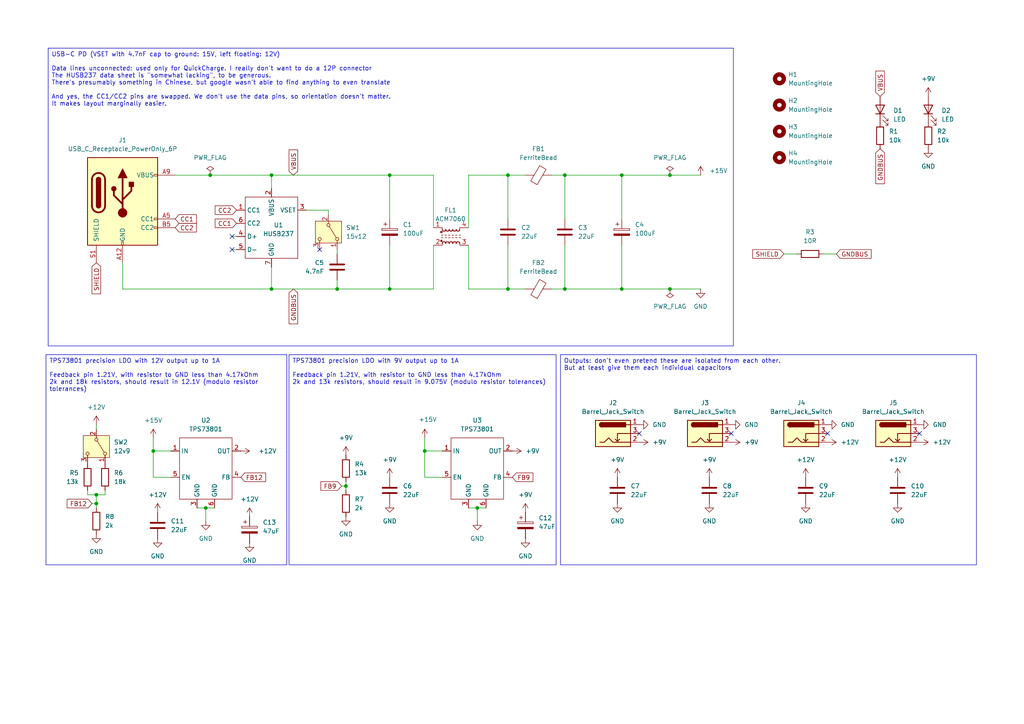
<source format=kicad_sch>
(kicad_sch (version 20250114) (generator "eeschema") (generator_version "9.0")
  (paper "A4")
  (title_block (title "USB-C power delivery to 9V power") (date "2025-04-24") (rev "v1.0"))
  (lib_symbols
    (symbol "Connector:Barrel_Jack_Switch" (pin_names (hide yes))
      (property "Reference" "J" (at 0 5.334 0))
      (property "Value" "Barrel_Jack_Switch" (at 0 -5.08 0))
      (symbol "Barrel_Jack_Switch_0_1"
        (rectangle (start -5.08 3.81) (end 5.08 -3.81) (stroke (width 0.254)) (fill (type background)))
        (polyline (pts (xy -3.81 -2.54) (xy -2.54 -2.54) (xy -1.27 -1.27) (xy 0 -2.54) (xy 2.54 -2.54) (xy 5.08 -2.54)) (stroke (width 0.254)))
        (arc (start -3.302 1.905) (mid -3.9343 2.54) (end -3.302 3.175) (stroke (width 0.254)))
        (arc (start -3.302 1.905) (mid -3.9343 2.54) (end -3.302 3.175) (stroke (width 0.254)) (fill (type outline)))
        (polyline (pts (xy 1.27 -2.286) (xy 1.905 -1.651)) (stroke (width 0.254)))
        (rectangle (start 3.683 3.175) (end -3.302 1.905) (stroke (width 0.254)) (fill (type outline)))
        (polyline (pts (xy 5.08 2.54) (xy 3.81 2.54)) (stroke (width 0.254)))
        (polyline (pts (xy 5.08 0) (xy 1.27 0) (xy 1.27 -2.286) (xy 0.635 -1.651)) (stroke (width 0.254)))
      )
      (symbol "Barrel_Jack_Switch_1_1"
        (pin passive line (at 7.62 2.54 180) (length 2.54) (name "~") (number "1"))
        (pin passive line (at 7.62 0 180) (length 2.54) (name "~") (number "3"))
        (pin passive line (at 7.62 -2.54 180) (length 2.54) (name "~") (number "2"))
      )
    )
    (symbol "Connector:USB_C_Receptacle_PowerOnly_6P" (pin_names (offset 1.016))
      (property "Reference" "J" (at 0 16.51 0))
      (property "Value" "USB_C_Receptacle_PowerOnly_6P" (at 0 13.97 0))
      (symbol "USB_C_Receptacle_PowerOnly_6P_0_0"
        (rectangle (start -0.254 -12.7) (end 0.254 -11.684))
        (rectangle (start 10.16 7.874) (end 9.144 7.366))
        (rectangle (start 10.16 -4.826) (end 9.144 -5.334))
        (rectangle (start 10.16 -7.366) (end 9.144 -7.874))
      )
      (symbol "USB_C_Receptacle_PowerOnly_6P_0_1"
        (rectangle (start -10.16 12.7) (end 10.16 -12.7) (stroke (width 0.254)) (fill (type background)))
        (polyline (pts (xy -8.89 -1.27) (xy -8.89 6.35)) (stroke (width 0.508)))
        (rectangle (start -7.62 -1.27) (end -6.35 6.35) (stroke (width 0.254)) (fill (type outline)))
        (arc (start -7.62 6.35) (mid -6.985 6.9823) (end -6.35 6.35) (stroke (width 0.254)))
        (arc (start -7.62 6.35) (mid -6.985 6.9823) (end -6.35 6.35) (stroke (width 0.254)) (fill (type outline)))
        (arc (start -8.89 6.35) (mid -6.985 8.2467) (end -5.08 6.35) (stroke (width 0.508)))
        (arc (start -5.08 -1.27) (mid -6.985 -3.1667) (end -8.89 -1.27) (stroke (width 0.508)))
        (arc (start -6.35 -1.27) (mid -6.985 -1.9023) (end -7.62 -1.27) (stroke (width 0.254)))
        (arc (start -6.35 -1.27) (mid -6.985 -1.9023) (end -7.62 -1.27) (stroke (width 0.254)) (fill (type outline)))
        (polyline (pts (xy -5.08 6.35) (xy -5.08 -1.27)) (stroke (width 0.508)))
        (circle (center -2.54 3.683) (radius 0.635) (stroke (width 0.254)) (fill (type outline)))
        (polyline (pts (xy -1.27 6.858) (xy 0 9.398) (xy 1.27 6.858) (xy -1.27 6.858)) (stroke (width 0.254)) (fill (type outline)))
        (polyline (pts (xy 0 0.508) (xy 2.54 3.048) (xy 2.54 4.318)) (stroke (width 0.508)))
        (polyline (pts (xy 0 -0.762) (xy -2.54 1.778) (xy -2.54 3.048)) (stroke (width 0.508)))
        (polyline (pts (xy 0 -3.302) (xy 0 6.858)) (stroke (width 0.508)))
        (circle (center 0 -3.302) (radius 1.27) (fill (type outline)))
        (rectangle (start 1.905 4.318) (end 3.175 5.588) (stroke (width 0.254)) (fill (type outline)))
      )
      (symbol "USB_C_Receptacle_PowerOnly_6P_1_1"
        (pin passive line (at -7.62 -17.78 90) (length 5.08) (name "SHIELD") (number "S1"))
        (pin passive line (at 0 -17.78 90) (length 5.08) (name "GND") (number "A12"))
        (pin passive line (at 0 -17.78 90) (length 5.08) (hide yes) (name "GND") (number "B12"))
        (pin passive line (at 15.24 7.62 180) (length 5.08) (name "VBUS") (number "A9"))
        (pin passive line (at 15.24 7.62 180) (length 5.08) (hide yes) (name "VBUS") (number "B9"))
        (pin bidirectional line (at 15.24 -5.08 180) (length 5.08) (name "CC1") (number "A5"))
        (pin bidirectional line (at 15.24 -7.62 180) (length 5.08) (name "CC2") (number "B5"))
      )
    )
    (symbol "Device:C" (pin_numbers (hide yes)) (pin_names (offset 0.254))
      (property "Reference" "C" (at 0.635 2.54 0))
      (property "Value" "C" (at 0.635 -2.54 0))
      (symbol "C_0_1"
        (polyline (pts (xy -2.032 0.762) (xy 2.032 0.762)) (stroke (width 0.508)))
        (polyline (pts (xy -2.032 -0.762) (xy 2.032 -0.762)) (stroke (width 0.508)))
      )
      (symbol "C_1_1"
        (pin passive line (at 0 3.81 270) (length 2.794) (name "~") (number "1"))
        (pin passive line (at 0 -3.81 90) (length 2.794) (name "~") (number "2"))
      )
    )
    (symbol "Device:C_Polarized" (pin_numbers (hide yes)) (pin_names (offset 0.254))
      (property "Reference" "C" (at 0.635 2.54 0))
      (property "Value" "C_Polarized" (at 0.635 -2.54 0))
      (symbol "C_Polarized_0_1"
        (rectangle (start -2.286 0.508) (end 2.286 1.016))
        (polyline (pts (xy -1.778 2.286) (xy -0.762 2.286)))
        (polyline (pts (xy -1.27 2.794) (xy -1.27 1.778)))
        (rectangle (start 2.286 -0.508) (end -2.286 -1.016) (fill (type outline)))
      )
      (symbol "C_Polarized_1_1"
        (pin passive line (at 0 3.81 270) (length 2.794) (name "~") (number "1"))
        (pin passive line (at 0 -3.81 90) (length 2.794) (name "~") (number "2"))
      )
    )
    (symbol "Device:FerriteBead" (pin_numbers (hide yes)) (pin_names (offset 0))
      (property "Reference" "FB" (at -3.81 0.635 90))
      (property "Value" "FerriteBead" (at 3.81 0 90))
      (symbol "FerriteBead_0_1"
        (polyline (pts (xy -2.7686 0.4064) (xy -1.7018 2.2606) (xy 2.7686 -0.3048) (xy 1.6764 -2.159) (xy -2.7686 0.4064)))
        (polyline (pts (xy 0 1.27) (xy 0 1.2954)))
        (polyline (pts (xy 0 -1.27) (xy 0 -1.2192)))
      )
      (symbol "FerriteBead_1_1"
        (pin passive line (at 0 3.81 270) (length 2.54) (name "~") (number "1"))
        (pin passive line (at 0 -3.81 90) (length 2.54) (name "~") (number "2"))
      )
    )
    (symbol "Device:LED" (pin_numbers (hide yes)) (pin_names (offset 1.016) (hide yes))
      (property "Reference" "D" (at 0 2.54 0))
      (property "Value" "LED" (at 0 -2.54 0))
      (symbol "LED_0_1"
        (polyline (pts (xy -3.048 -0.762) (xy -4.572 -2.286) (xy -3.81 -2.286) (xy -4.572 -2.286) (xy -4.572 -1.524)))
        (polyline (pts (xy -1.778 -0.762) (xy -3.302 -2.286) (xy -2.54 -2.286) (xy -3.302 -2.286) (xy -3.302 -1.524)))
        (polyline (pts (xy -1.27 0) (xy 1.27 0)))
        (polyline (pts (xy -1.27 -1.27) (xy -1.27 1.27)) (stroke (width 0.254)))
        (polyline (pts (xy 1.27 -1.27) (xy 1.27 1.27) (xy -1.27 0) (xy 1.27 -1.27)) (stroke (width 0.254)))
      )
      (symbol "LED_1_1"
        (pin passive line (at -3.81 0 0) (length 2.54) (name "K") (number "1"))
        (pin passive line (at 3.81 0 180) (length 2.54) (name "A") (number "2"))
      )
    )
    (symbol "Device:R" (pin_numbers (hide yes)) (pin_names (offset 0))
      (property "Reference" "R" (at 2.032 0 90))
      (property "Value" "R" (at 0 0 90))
      (symbol "R_0_1"
        (rectangle (start -1.016 -2.54) (end 1.016 2.54) (stroke (width 0.254)))
      )
      (symbol "R_1_1"
        (pin passive line (at 0 3.81 270) (length 1.27) (name "~") (number "1"))
        (pin passive line (at 0 -3.81 90) (length 1.27) (name "~") (number "2"))
      )
    )
    (symbol "Filter:Choke_CommonMode_FerriteCore_1423" (pin_names (offset 0.254) (hide yes))
      (property "Reference" "FL" (at 0 4.445 0))
      (property "Value" "Choke_CommonMode_FerriteCore_1423" (at 0 -4.445 0))
      (symbol "Choke_CommonMode_FerriteCore_1423_0_1"
        (circle (center -2.794 1.27) (radius 0.254) (fill (type outline)))
        (polyline (pts (xy -2.794 0.381) (xy -2.286 0.381)))
        (polyline (pts (xy -2.794 -0.381) (xy -2.286 -0.381)))
        (circle (center -2.794 -1.27) (radius 0.254) (fill (type outline)))
        (polyline (pts (xy -2.54 2.032) (xy -2.54 2.54)))
        (polyline (pts (xy -2.54 -2.032) (xy -2.54 -2.54)))
        (arc (start -1.524 2.032) (mid -2.032 1.5262) (end -2.54 2.032) (stroke (width 0.254)))
        (arc (start -2.54 -2.032) (mid -2.032 -1.5262) (end -1.524 -2.032) (stroke (width 0.254)))
        (polyline (pts (xy -1.778 0.381) (xy -1.27 0.381)))
        (polyline (pts (xy -1.778 -0.381) (xy -1.27 -0.381)))
        (arc (start -0.508 2.032) (mid -1.016 1.5262) (end -1.524 2.032) (stroke (width 0.254)))
        (arc (start -1.524 -2.032) (mid -1.016 -1.5262) (end -0.508 -2.032) (stroke (width 0.254)))
        (polyline (pts (xy -0.762 0.381) (xy -0.254 0.381)))
        (polyline (pts (xy -0.762 -0.381) (xy -0.254 -0.381)))
        (arc (start 0.508 2.032) (mid 0 1.5262) (end -0.508 2.032) (stroke (width 0.254)))
        (arc (start -0.508 -2.032) (mid 0 -1.5262) (end 0.508 -2.032) (stroke (width 0.254)))
        (polyline (pts (xy 0.254 0.381) (xy 0.762 0.381)))
        (polyline (pts (xy 0.254 -0.381) (xy 0.762 -0.381)))
        (arc (start 1.524 2.032) (mid 1.016 1.5262) (end 0.508 2.032) (stroke (width 0.254)))
        (arc (start 0.508 -2.032) (mid 1.016 -1.5262) (end 1.524 -2.032) (stroke (width 0.254)))
        (polyline (pts (xy 1.27 0.381) (xy 1.778 0.381)))
        (polyline (pts (xy 1.27 -0.381) (xy 1.778 -0.381)))
        (arc (start 2.54 2.032) (mid 2.032 1.5262) (end 1.524 2.032) (stroke (width 0.254)))
        (arc (start 1.524 -2.032) (mid 2.032 -1.5262) (end 2.54 -2.032) (stroke (width 0.254)))
        (polyline (pts (xy 2.286 0.381) (xy 2.794 0.381)))
        (polyline (pts (xy 2.286 -0.381) (xy 2.794 -0.381)))
        (polyline (pts (xy 2.54 2.54) (xy 2.54 2.032)))
        (polyline (pts (xy 2.54 -2.032) (xy 2.54 -2.54)))
      )
      (symbol "Choke_CommonMode_FerriteCore_1423_1_1"
        (pin passive line (at -5.08 2.54 0) (length 2.54) (name "1") (number "1"))
        (pin passive line (at -5.08 -2.54 0) (length 2.54) (name "2") (number "2"))
        (pin passive line (at 5.08 2.54 180) (length 2.54) (name "4") (number "4"))
        (pin passive line (at 5.08 -2.54 180) (length 2.54) (name "3") (number "3"))
      )
    )
    (symbol "Mechanical:MountingHole" (pin_names (offset 1.016)) (in_bom no)
      (property "Reference" "H" (at 0 5.08 0))
      (property "Value" "MountingHole" (at 0 3.175 0))
      (symbol "MountingHole_0_1"
        (circle (center 0 0) (radius 1.27) (stroke (width 1.27)))
      )
    )
    (symbol "Mylib:HUSB237"
      (property "Reference" "U" (at 2.54 1.27 0))
      (property "Value" "HUSB237" (at 2.54 -1.27 0))
      (symbol "HUSB237_0_1"
        (rectangle (start -7.62 8.89) (end 7.62 -8.89))
      )
      (symbol "HUSB237_1_1"
        (pin bidirectional line (at -10.16 5.08 0) (length 2.54) (name "CC1") (number "1"))
        (pin bidirectional line (at -10.16 1.27 0) (length 2.54) (name "CC2") (number "6"))
        (pin bidirectional line (at -10.16 -2.54 0) (length 2.54) (name "D+") (number "4"))
        (pin bidirectional line (at -10.16 -6.35 0) (length 2.54) (name "D-") (number "5"))
        (pin power_in line (at 0 11.43 270) (length 2.54) (name "VBUS") (number "2"))
        (pin power_in line (at 0 -11.43 90) (length 2.54) (name "GND") (number "7"))
        (pin passive line (at 10.16 5.08 180) (length 2.54) (name "VSET") (number "3"))
      )
    )
    (symbol "Mylib:TPS73801"
      (property "Reference" "U" (at 0 -0.508 0))
      (property "Value" "TPS73801" (at 0 2.032 0))
      (symbol "TPS73801_0_1"
        (rectangle (start -7.62 7.62) (end 7.62 -10.16))
      )
      (symbol "TPS73801_1_1"
        (pin power_in line (at -10.16 3.81 0) (length 2.54) (name "IN") (number "1"))
        (pin input line (at -10.16 -3.81 0) (length 2.54) (name "EN") (number "5"))
        (pin power_in line (at -2.54 -12.7 90) (length 2.54) (name "GND") (number "3"))
        (pin power_in line (at 2.54 -12.7 90) (length 2.54) (name "GND") (number "6"))
        (pin power_out line (at 10.16 3.81 180) (length 2.54) (name "OUT") (number "2"))
        (pin input line (at 10.16 -3.81 180) (length 2.54) (name "FB") (number "4"))
      )
    )
    (symbol "Switch:SW_SPDT" (pin_names (offset 0) (hide yes))
      (property "Reference" "SW" (at 0 5.08 0))
      (property "Value" "SW_SPDT" (at 0 -5.08 0))
      (symbol "SW_SPDT_0_1"
        (circle (center -2.032 0) (radius 0.4572))
        (polyline (pts (xy -1.651 0.254) (xy 1.651 2.286)))
        (circle (center 2.032 2.54) (radius 0.4572))
        (circle (center 2.032 -2.54) (radius 0.4572))
      )
      (symbol "SW_SPDT_1_1"
        (rectangle (start -3.175 3.81) (end 3.175 -3.81) (fill (type background)))
        (pin passive line (at -5.08 0 0) (length 2.54) (name "B") (number "2"))
        (pin passive line (at 5.08 2.54 180) (length 2.54) (name "A") (number "1"))
        (pin passive line (at 5.08 -2.54 180) (length 2.54) (name "C") (number "3"))
      )
    )
    (symbol "power:+12V" (power) (pin_numbers (hide yes)) (pin_names (offset 0) (hide yes))
      (property "Value" "+12V" (at 0 3.556 0))
      (symbol "+12V_0_1"
        (polyline (pts (xy -0.762 1.27) (xy 0 2.54)))
        (polyline (pts (xy 0 2.54) (xy 0.762 1.27)))
        (polyline (pts (xy 0 0) (xy 0 2.54)))
      )
      (symbol "+12V_1_1"
        (pin power_in line (at 0 0 90) (length 0) (name "~") (number "1"))
      )
    )
    (symbol "power:+9V" (power) (pin_numbers (hide yes)) (pin_names (offset 0) (hide yes))
      (property "Value" "+9V" (at 0 3.556 0))
      (symbol "+9V_0_1"
        (polyline (pts (xy -0.762 1.27) (xy 0 2.54)))
        (polyline (pts (xy 0 2.54) (xy 0.762 1.27)))
        (polyline (pts (xy 0 0) (xy 0 2.54)))
      )
      (symbol "+9V_1_1"
        (pin power_in line (at 0 0 90) (length 0) (name "~") (number "1"))
      )
    )
    (symbol "power:GND" (power) (pin_numbers (hide yes)) (pin_names (offset 0) (hide yes))
      (property "Value" "GND" (at 0 -3.81 0))
      (symbol "GND_0_1"
        (polyline (pts (xy 0 0) (xy 0 -1.27) (xy 1.27 -1.27) (xy 0 -2.54) (xy -1.27 -1.27) (xy 0 -1.27)))
      )
      (symbol "GND_1_1"
        (pin power_in line (at 0 0 270) (length 0) (name "~") (number "1"))
      )
    )
    (symbol "power:PWR_FLAG" (power) (pin_numbers (hide yes)) (pin_names (offset 0) (hide yes))
      (property "Value" "PWR_FLAG" (at 0 3.81 0))
      (symbol "PWR_FLAG_0_0"
        (pin power_out line (at 0 0 90) (length 0) (name "~") (number "1"))
      )
      (symbol "PWR_FLAG_0_1"
        (polyline (pts (xy 0 0) (xy 0 1.27) (xy -1.016 1.905) (xy 0 2.54) (xy 1.016 1.905) (xy 0 1.27)))
      )
    )
  )
  (text_box "TPS73801 precision LDO with 9V output up to 1A\n\nFeedback pin 1.21V, with resistor to GND less than 4.17kOhm\n2k and 13k resistors, should result in 9.075V (modulo resistor tolerances)" (at 83.82 102.87 0) (size 77.47 60.96) (margins 0.9525 0.9525 0.9525 0.9525) (effects (font (size 1.27 1.27)) (justify left top)))
  (text_box "TPS73801 precision LDO with 12V output up to 1A\n\nFeedback pin 1.21V, with resistor to GND less than 4.17kOhm\n2k and 18k resistors, should result in 12.1V (modulo resistor tolerances)" (at 13.335 102.87 0) (size 69.85 60.96) (margins 0.9525 0.9525 0.9525 0.9525) (effects (font (size 1.27 1.27)) (justify left top)))
  (text_box "Outputs: don't even pretend these are isolated from each other.\nBut at least give them each individual capacitors" (at 162.56 102.87 0) (size 120.65 60.96) (margins 0.9525 0.9525 0.9525 0.9525) (effects (font (size 1.27 1.27)) (justify left top)))
  (text_box "USB-C PD (VSET with 4.7nF cap to ground: 15V, left floating: 12V)\n\nData lines unconnected: used only for QuickCharge. I really don't want to do a 12P connector\nThe HUSB237 data sheet is \"somewhat lacking\", to be generous.\nThere's presumably something in Chinese, but google wasn't able to find anything to even translate\n\nAnd yes, the CC1/CC2 pins are swapped. We don't use the data pins, so orientation doesn't matter.\nIt makes layout marginally easier." (at 13.97 13.97 0) (size 198.755 86.36) (margins 0.9525 0.9525 0.9525 0.9525) (effects (font (size 1.27 1.27)) (justify left top)))
  (junction (at 163.83 83.82))
  (junction (at 147.32 83.82))
  (junction (at 60.96 50.8))
  (junction (at 138.43 147.32))
  (junction (at 27.94 143.51))
  (junction (at 123.19 130.81))
  (junction (at 163.83 50.8))
  (junction (at 59.69 147.32))
  (junction (at 180.34 83.82))
  (junction (at 194.31 83.82))
  (junction (at 147.32 50.8))
  (junction (at 78.74 83.82))
  (junction (at 180.34 50.8))
  (junction (at 194.31 50.8))
  (junction (at 27.94 146.05))
  (junction (at 44.45 130.81))
  (junction (at 100.33 140.97))
  (junction (at 113.03 50.8))
  (junction (at 78.74 50.8))
  (junction (at 97.79 83.82))
  (junction (at 113.03 83.82))
  (no_connect (at 67.31 68.58))
  (no_connect (at 266.7 125.73))
  (no_connect (at 212.09 125.73))
  (no_connect (at 92.71 72.39))
  (no_connect (at 185.42 125.73))
  (no_connect (at 67.31 72.39))
  (no_connect (at 240.03 125.73))
  (wire (pts (xy 135.89 83.82) (xy 147.32 83.82)))
  (wire (pts (xy 97.79 81.28) (xy 97.79 83.82)))
  (wire (pts (xy 35.56 76.2) (xy 35.56 83.82)))
  (wire (pts (xy 194.31 50.8) (xy 203.2 50.8)))
  (wire (pts (xy 100.33 140.97) (xy 100.33 142.24)))
  (wire (pts (xy 78.74 83.82) (xy 97.79 83.82)))
  (wire (pts (xy 59.69 147.32) (xy 62.23 147.32)))
  (wire (pts (xy 135.89 50.8) (xy 147.32 50.8)))
  (wire (pts (xy 160.02 83.82) (xy 163.83 83.82)))
  (wire (pts (xy 147.32 71.12) (xy 147.32 83.82)))
  (wire (pts (xy 238.76 73.66) (xy 242.57 73.66)))
  (wire (pts (xy 26.67 146.05) (xy 27.94 146.05)))
  (wire (pts (xy 227.33 73.66) (xy 231.14 73.66)))
  (wire (pts (xy 113.03 50.8) (xy 113.03 63.5)))
  (wire (pts (xy 25.4 143.51) (xy 27.94 143.51)))
  (wire (pts (xy 147.32 83.82) (xy 152.4 83.82)))
  (wire (pts (xy 27.94 124.46) (xy 27.94 123.19)))
  (wire (pts (xy 147.32 50.8) (xy 147.32 63.5)))
  (wire (pts (xy 44.45 127) (xy 44.45 130.81)))
  (wire (pts (xy 160.02 50.8) (xy 163.83 50.8)))
  (wire (pts (xy 113.03 83.82) (xy 125.73 83.82)))
  (wire (pts (xy 180.34 71.12) (xy 180.34 83.82)))
  (wire (pts (xy 135.89 71.12) (xy 135.89 83.82)))
  (wire (pts (xy 27.94 146.05) (xy 27.94 147.32)))
  (wire (pts (xy 113.03 71.12) (xy 113.03 83.82)))
  (wire (pts (xy 113.03 50.8) (xy 125.73 50.8)))
  (wire (pts (xy 95.25 60.96) (xy 95.25 62.23)))
  (wire (pts (xy 125.73 71.12) (xy 125.73 83.82)))
  (wire (pts (xy 180.34 50.8) (xy 180.34 63.5)))
  (wire (pts (xy 123.19 138.43) (xy 128.27 138.43)))
  (wire (pts (xy 123.19 130.81) (xy 123.19 138.43)))
  (wire (pts (xy 78.74 77.47) (xy 78.74 83.82)))
  (wire (pts (xy 99.06 140.97) (xy 100.33 140.97)))
  (wire (pts (xy 44.45 138.43) (xy 49.53 138.43)))
  (wire (pts (xy 78.74 50.8) (xy 113.03 50.8)))
  (wire (pts (xy 44.45 130.81) (xy 44.45 138.43)))
  (wire (pts (xy 50.8 50.8) (xy 60.96 50.8)))
  (wire (pts (xy 180.34 50.8) (xy 194.31 50.8)))
  (wire (pts (xy 67.31 72.39) (xy 68.58 72.39)))
  (wire (pts (xy 138.43 147.32) (xy 138.43 151.13)))
  (wire (pts (xy 88.9 60.96) (xy 95.25 60.96)))
  (wire (pts (xy 135.89 147.32) (xy 138.43 147.32)))
  (wire (pts (xy 57.15 147.32) (xy 59.69 147.32)))
  (wire (pts (xy 25.4 142.24) (xy 25.4 143.51)))
  (wire (pts (xy 35.56 83.82) (xy 78.74 83.82)))
  (wire (pts (xy 123.19 130.81) (xy 128.27 130.81)))
  (wire (pts (xy 27.94 143.51) (xy 27.94 146.05)))
  (wire (pts (xy 180.34 83.82) (xy 194.31 83.82)))
  (wire (pts (xy 100.33 139.7) (xy 100.33 140.97)))
  (wire (pts (xy 97.79 83.82) (xy 113.03 83.82)))
  (wire (pts (xy 135.89 66.04) (xy 135.89 50.8)))
  (wire (pts (xy 163.83 83.82) (xy 180.34 83.82)))
  (wire (pts (xy 30.48 142.24) (xy 30.48 143.51)))
  (wire (pts (xy 194.31 83.82) (xy 203.2 83.82)))
  (wire (pts (xy 68.58 68.58) (xy 67.31 68.58)))
  (wire (pts (xy 60.96 50.8) (xy 78.74 50.8)))
  (wire (pts (xy 44.45 130.81) (xy 49.53 130.81)))
  (wire (pts (xy 97.79 72.39) (xy 97.79 73.66)))
  (wire (pts (xy 163.83 50.8) (xy 180.34 50.8)))
  (wire (pts (xy 138.43 147.32) (xy 140.97 147.32)))
  (wire (pts (xy 27.94 143.51) (xy 30.48 143.51)))
  (wire (pts (xy 163.83 71.12) (xy 163.83 83.82)))
  (wire (pts (xy 123.19 127) (xy 123.19 130.81)))
  (wire (pts (xy 163.83 63.5) (xy 163.83 50.8)))
  (wire (pts (xy 78.74 50.8) (xy 78.74 54.61)))
  (wire (pts (xy 125.73 50.8) (xy 125.73 66.04)))
  (wire (pts (xy 147.32 50.8) (xy 152.4 50.8)))
  (wire (pts (xy 59.69 147.32) (xy 59.69 151.13)))
  (global_label "GNDBUS" (shape input) (at 242.57 73.66 0) (property "Intersheetrefs" "${INTERSHEET_REFS}" (effects (hide yes))))
  (global_label "SHIELD" (shape input) (at 27.94 76.2 270) (property "Intersheetrefs" "${INTERSHEET_REFS}" (effects (hide yes))))
  (global_label "GNDBUS" (shape input) (at 255.27 43.18 270) (property "Intersheetrefs" "${INTERSHEET_REFS}" (effects (hide yes))))
  (global_label "SHIELD" (shape input) (at 227.33 73.66 180) (property "Intersheetrefs" "${INTERSHEET_REFS}" (effects (hide yes))))
  (global_label "VBUS" (shape input) (at 85.09 50.8 90) (property "Intersheetrefs" "${INTERSHEET_REFS}" (effects (hide yes))))
  (global_label "CC2" (shape input) (at 68.58 60.96 180) (property "Intersheetrefs" "${INTERSHEET_REFS}" (effects (hide yes))))
  (global_label "GNDBUS" (shape input) (at 85.09 83.82 270) (property "Intersheetrefs" "${INTERSHEET_REFS}" (effects (hide yes))))
  (global_label "CC2" (shape input) (at 50.8 66.04 0) (property "Intersheetrefs" "${INTERSHEET_REFS}" (effects (hide yes))))
  (global_label "CC1" (shape input) (at 50.8 63.5 0) (property "Intersheetrefs" "${INTERSHEET_REFS}" (effects (hide yes))))
  (global_label "CC1" (shape input) (at 68.58 64.77 180) (property "Intersheetrefs" "${INTERSHEET_REFS}" (effects (hide yes))))
  (global_label "FB9" (shape input) (at 148.59 138.43 0) (property "Intersheetrefs" "${INTERSHEET_REFS}" (effects (hide yes))))
  (global_label "FB12" (shape input) (at 69.85 138.43 0) (property "Intersheetrefs" "${INTERSHEET_REFS}" (effects (hide yes))))
  (global_label "FB12" (shape input) (at 26.67 146.05 180) (property "Intersheetrefs" "${INTERSHEET_REFS}" (effects (hide yes))))
  (global_label "FB9" (shape input) (at 99.06 140.97 180) (property "Intersheetrefs" "${INTERSHEET_REFS}" (effects (hide yes))))
  (global_label "VBUS" (shape input) (at 255.27 27.94 90) (property "Intersheetrefs" "${INTERSHEET_REFS}" (effects (hide yes))))
  (symbol (lib_id "power:+9V") (at 69.85 130.81 270) (unit 1)
    (property "Reference" "#PWR016" (effects (hide yes)))
    (property "Value" "+12V" (at 74.93 130.8099 90) (effects (justify left)))
    (property "Description" "Power symbol creates a global label with name \"+9V\"" (effects (hide yes)))
  )
  (symbol (lib_id "Connector:Barrel_Jack_Switch") (at 232.41 125.73 0) (unit 1)
    (property "Reference" "J4" (at 232.41 116.84 0))
    (property "Value" "Barrel_Jack_Switch" (at 232.41 119.38 0))
    (property "Footprint" "Connector_BarrelJack:BarrelJack_Wuerth_6941xx301002" (effects (hide yes)))
    (property "Description" "DC Barrel Jack with an internal switch" (effects (hide yes)))
  )
  (symbol (lib_id "Device:FerriteBead") (at 156.21 50.8 90) (unit 1)
    (property "Reference" "FB1" (at 156.1592 43.18 90))
    (property "Value" "FerriteBead" (at 156.1592 45.72 90))
    (property "Footprint" "Inductor_SMD:L_1206_3216Metric_Pad1.22x1.90mm_HandSolder" (effects (hide yes)))
    (property "Description" "Ferrite bead" (effects (hide yes)))
  )
  (symbol (lib_id "power:GND") (at 100.33 149.86 0) (unit 1)
    (property "Reference" "#PWR032" (effects (hide yes)))
    (property "Value" "GND" (at 100.33 154.94 0))
    (property "Description" "Power symbol creates a global label with name \"GND\" , ground" (effects (hide yes)))
  )
  (symbol (lib_id "power:GND") (at 179.07 146.05 0) (unit 1)
    (property "Reference" "#PWR025" (effects (hide yes)))
    (property "Value" "GND" (at 179.07 151.13 0))
    (property "Description" "Power symbol creates a global label with name \"GND\" , ground" (effects (hide yes)))
  )
  (symbol (lib_id "power:+9V") (at 185.42 128.27 270) (unit 1)
    (property "Reference" "#PWR012" (effects (hide yes)))
    (property "Value" "+9V" (at 189.23 128.2699 90) (effects (justify left)))
    (property "Description" "Power symbol creates a global label with name \"+9V\"" (effects (hide yes)))
  )
  (symbol (lib_id "Mylib:TPS73801") (at 138.43 134.62 0) (unit 1)
    (property "Reference" "U3" (at 138.43 121.92 0))
    (property "Value" "TPS73801" (at 138.43 124.46 0))
    (property "Footprint" "Package_TO_SOT_SMD:SOT-223-6" (effects (hide yes)))
    (property "Datasheet" "ti.com/lit/ds/symlink/tps73801.pdf" (effects (hide yes)))
    (property "Description" "Low-Noise Fast-Transient-Response Low-Dropout Regulator" (effects (hide yes)))
  )
  (symbol (lib_id "power:GND") (at 45.72 156.21 0) (unit 1)
    (property "Reference" "#PWR036" (effects (hide yes)))
    (property "Value" "GND" (at 45.72 161.29 0))
    (property "Description" "Power symbol creates a global label with name \"GND\" , ground" (effects (hide yes)))
  )
  (symbol (lib_id "Device:C") (at 45.72 152.4 0) (unit 1)
    (property "Reference" "C11" (at 49.53 151.1299 0) (effects (justify left)))
    (property "Value" "22uF" (at 49.53 153.6699 0) (effects (justify left)))
    (property "Footprint" "Capacitor_SMD:C_1206_3216Metric_Pad1.33x1.80mm_HandSolder" (effects (hide yes)))
    (property "Description" "Unpolarized capacitor" (effects (hide yes)))
  )
  (symbol (lib_id "power:+9V") (at 205.74 138.43 0) (unit 1)
    (property "Reference" "#PWR021" (effects (hide yes)))
    (property "Value" "+9V" (at 205.74 133.35 0))
    (property "Description" "Power symbol creates a global label with name \"+9V\"" (effects (hide yes)))
  )
  (symbol (lib_id "Device:R") (at 234.95 73.66 90) (unit 1)
    (property "Reference" "R3" (at 234.95 67.31 90))
    (property "Value" "10R" (at 234.95 69.85 90))
    (property "Footprint" "Resistor_SMD:R_0805_2012Metric_Pad1.20x1.40mm_HandSolder" (effects (hide yes)))
    (property "Description" "Resistor" (effects (hide yes)))
  )
  (symbol (lib_id "Switch:SW_SPDT") (at 27.94 129.54 270) (unit 1)
    (property "Reference" "SW2" (at 33.02 128.2699 90) (effects (justify left)))
    (property "Value" "12v9" (at 33.02 130.8099 90) (effects (justify left)))
    (property "Footprint" "Connector_PinSocket_2.54mm:PinSocket_1x03_P2.54mm_Vertical" (effects (hide yes)))
    (property "Description" "Switch, single pole double throw" (effects (hide yes)))
  )
  (symbol (lib_id "Device:R") (at 100.33 135.89 0) (unit 1)
    (property "Reference" "R4" (at 102.87 134.6199 0) (effects (justify left)))
    (property "Value" "13k" (at 102.87 137.1599 0) (effects (justify left)))
    (property "Footprint" "Resistor_SMD:R_0805_2012Metric_Pad1.20x1.40mm_HandSolder" (effects (hide yes)))
    (property "Description" "Resistor" (effects (hide yes)))
  )
  (symbol (lib_id "power:GND") (at 233.68 146.05 0) (unit 1)
    (property "Reference" "#PWR027" (effects (hide yes)))
    (property "Value" "GND" (at 233.68 151.13 0))
    (property "Description" "Power symbol creates a global label with name \"GND\" , ground" (effects (hide yes)))
  )
  (symbol (lib_id "Filter:Choke_CommonMode_FerriteCore_1423") (at 130.81 68.58 0) (unit 1)
    (property "Reference" "FL1" (at 130.683 60.96 0))
    (property "Value" "ACM7060" (at 130.683 63.5 0))
    (property "Footprint" "Inductor_SMD:L_CommonModeChoke_TDK_ACM7060" (effects (hide yes)))
    (property "Description" "Generic common-mode choke, ferrite core, 1423 pin order" (effects (hide yes)))
  )
  (symbol (lib_id "Connector:Barrel_Jack_Switch") (at 204.47 125.73 0) (unit 1)
    (property "Reference" "J3" (at 204.47 116.84 0))
    (property "Value" "Barrel_Jack_Switch" (at 204.47 119.38 0))
    (property "Footprint" "Connector_BarrelJack:BarrelJack_Wuerth_6941xx301002" (effects (hide yes)))
    (property "Description" "DC Barrel Jack with an internal switch" (effects (hide yes)))
  )
  (symbol (lib_id "power:GND") (at 138.43 151.13 0) (unit 1)
    (property "Reference" "#PWR034" (effects (hide yes)))
    (property "Value" "GND" (at 138.43 156.21 0))
    (property "Description" "Power symbol creates a global label with name \"GND\" , ground" (effects (hide yes)))
  )
  (symbol (lib_id "Device:R") (at 25.4 138.43 0) (mirror y) (unit 1)
    (property "Reference" "R5" (at 22.86 137.1599 0) (effects (justify left)))
    (property "Value" "13k" (at 22.86 139.6999 0) (effects (justify left)))
    (property "Footprint" "Resistor_SMD:R_0805_2012Metric_Pad1.20x1.40mm_HandSolder" (effects (hide yes)))
    (property "Description" "Resistor" (effects (hide yes)))
  )
  (symbol (lib_id "power:GND") (at 205.74 146.05 0) (unit 1)
    (property "Reference" "#PWR026" (effects (hide yes)))
    (property "Value" "GND" (at 205.74 151.13 0))
    (property "Description" "Power symbol creates a global label with name \"GND\" , ground" (effects (hide yes)))
  )
  (symbol (lib_id "power:+9V") (at 152.4 148.59 0) (unit 1)
    (property "Reference" "#PWR030" (effects (hide yes)))
    (property "Value" "+9V" (at 152.4 143.51 0))
    (property "Description" "Power symbol creates a global label with name \"+9V\"" (effects (hide yes)))
  )
  (symbol (lib_id "power:+9V") (at 179.07 138.43 0) (unit 1)
    (property "Reference" "#PWR020" (effects (hide yes)))
    (property "Value" "+9V" (at 179.07 133.35 0))
    (property "Description" "Power symbol creates a global label with name \"+9V\"" (effects (hide yes)))
  )
  (symbol (lib_id "power:+9V") (at 212.09 128.27 270) (unit 1)
    (property "Reference" "#PWR013" (effects (hide yes)))
    (property "Value" "+9V" (at 215.9 128.2699 90) (effects (justify left)))
    (property "Description" "Power symbol creates a global label with name \"+9V\"" (effects (hide yes)))
  )
  (symbol (lib_id "Device:C") (at 260.35 142.24 0) (unit 1)
    (property "Reference" "C10" (at 264.16 140.9699 0) (effects (justify left)))
    (property "Value" "22uF" (at 264.16 143.5099 0) (effects (justify left)))
    (property "Footprint" "Capacitor_SMD:C_1206_3216Metric_Pad1.33x1.80mm_HandSolder" (effects (hide yes)))
    (property "Description" "Unpolarized capacitor" (effects (hide yes)))
  )
  (symbol (lib_id "Mechanical:MountingHole") (at 226.06 45.72 0) (unit 1) (in_bom no)
    (property "Reference" "H4" (at 228.6 44.4499 0) (effects (justify left)))
    (property "Value" "MountingHole" (at 228.6 46.9899 0) (effects (justify left)))
    (property "Footprint" "MountingHole:MountingHole_3mm" (effects (hide yes)))
    (property "Description" "Mounting Hole without connection" (effects (hide yes)))
  )
  (symbol (lib_id "power:+9V") (at 240.03 128.27 270) (unit 1)
    (property "Reference" "#PWR014" (effects (hide yes)))
    (property "Value" "+12V" (at 243.84 128.2699 90) (effects (justify left)))
    (property "Description" "Power symbol creates a global label with name \"+9V\"" (effects (hide yes)))
  )
  (symbol (lib_id "Device:R") (at 255.27 39.37 0) (unit 1)
    (property "Reference" "R1" (at 257.81 38.0999 0) (effects (justify left)))
    (property "Value" "10k" (at 257.81 40.6399 0) (effects (justify left)))
    (property "Footprint" "Resistor_SMD:R_0805_2012Metric_Pad1.20x1.40mm_HandSolder" (effects (hide yes)))
    (property "Description" "Resistor" (effects (hide yes)))
  )
  (symbol (lib_id "Mechanical:MountingHole") (at 226.06 22.86 0) (unit 1) (in_bom no)
    (property "Reference" "H1" (at 228.6 21.5899 0) (effects (justify left)))
    (property "Value" "MountingHole" (at 228.6 24.1299 0) (effects (justify left)))
    (property "Footprint" "MountingHole:MountingHole_3mm" (effects (hide yes)))
    (property "Description" "Mounting Hole without connection" (effects (hide yes)))
  )
  (symbol (lib_id "power:GND") (at 240.03 123.19 90) (unit 1)
    (property "Reference" "#PWR08" (effects (hide yes)))
    (property "Value" "GND" (at 243.84 123.1899 90) (effects (justify right)))
    (property "Description" "Power symbol creates a global label with name \"GND\" , ground" (effects (hide yes)))
  )
  (symbol (lib_id "Device:C") (at 179.07 142.24 0) (unit 1)
    (property "Reference" "C7" (at 182.88 140.9699 0) (effects (justify left)))
    (property "Value" "22uF" (at 182.88 143.5099 0) (effects (justify left)))
    (property "Footprint" "Capacitor_SMD:C_1206_3216Metric_Pad1.33x1.80mm_HandSolder" (effects (hide yes)))
    (property "Description" "Unpolarized capacitor" (effects (hide yes)))
  )
  (symbol (lib_id "power:GND") (at 260.35 146.05 0) (unit 1)
    (property "Reference" "#PWR028" (effects (hide yes)))
    (property "Value" "GND" (at 260.35 151.13 0))
    (property "Description" "Power symbol creates a global label with name \"GND\" , ground" (effects (hide yes)))
  )
  (symbol (lib_id "power:PWR_FLAG") (at 194.31 50.8 0) (unit 1)
    (property "Reference" "#FLG02" (effects (hide yes)))
    (property "Value" "PWR_FLAG" (at 194.31 45.72 0))
    (property "Description" "Special symbol for telling ERC where power comes from" (effects (hide yes)))
  )
  (symbol (lib_id "power:GND") (at 212.09 123.19 90) (unit 1)
    (property "Reference" "#PWR07" (effects (hide yes)))
    (property "Value" "GND" (at 215.9 123.1899 90) (effects (justify right)))
    (property "Description" "Power symbol creates a global label with name \"GND\" , ground" (effects (hide yes)))
  )
  (symbol (lib_id "power:+12V") (at 123.19 127 0) (unit 1)
    (property "Reference" "#PWR011" (effects (hide yes)))
    (property "Value" "+15V" (at 121.412 121.666 0) (effects (justify left)))
    (property "Description" "Power symbol creates a global label with name \"+12V\"" (effects (hide yes)))
  )
  (symbol (lib_id "Mylib:TPS73801") (at 59.69 134.62 0) (unit 1)
    (property "Reference" "U2" (at 59.69 121.92 0))
    (property "Value" "TPS73801" (at 59.69 124.46 0))
    (property "Footprint" "Package_TO_SOT_SMD:SOT-223-6" (effects (hide yes)))
    (property "Datasheet" "ti.com/lit/ds/symlink/tps73801.pdf" (effects (hide yes)))
    (property "Description" "Low-Noise Fast-Transient-Response Low-Dropout Regulator" (effects (hide yes)))
  )
  (symbol (lib_id "Device:C_Polarized") (at 113.03 67.31 0) (unit 1)
    (property "Reference" "C1" (at 116.84 65.1509 0) (effects (justify left)))
    (property "Value" "100uF" (at 116.84 67.6909 0) (effects (justify left)))
    (property "Footprint" "Capacitor_THT:CP_Radial_D8.0mm_P3.50mm" (effects (hide yes)))
    (property "Description" "Polarized capacitor" (effects (hide yes)))
  )
  (symbol (lib_id "Device:C") (at 205.74 142.24 0) (unit 1)
    (property "Reference" "C8" (at 209.55 140.9699 0) (effects (justify left)))
    (property "Value" "22uF" (at 209.55 143.5099 0) (effects (justify left)))
    (property "Footprint" "Capacitor_SMD:C_1206_3216Metric_Pad1.33x1.80mm_HandSolder" (effects (hide yes)))
    (property "Description" "Unpolarized capacitor" (effects (hide yes)))
  )
  (symbol (lib_id "Device:FerriteBead") (at 156.21 83.82 90) (unit 1)
    (property "Reference" "FB2" (at 156.1592 76.2 90))
    (property "Value" "FerriteBead" (at 156.1592 78.74 90))
    (property "Footprint" "Inductor_SMD:L_1206_3216Metric_Pad1.22x1.90mm_HandSolder" (effects (hide yes)))
    (property "Description" "Ferrite bead" (effects (hide yes)))
  )
  (symbol (lib_id "Device:R") (at 100.33 146.05 0) (unit 1)
    (property "Reference" "R7" (at 102.87 144.7799 0) (effects (justify left)))
    (property "Value" "2k" (at 102.87 147.3199 0) (effects (justify left)))
    (property "Footprint" "Resistor_SMD:R_0805_2012Metric_Pad1.20x1.40mm_HandSolder" (effects (hide yes)))
    (property "Description" "Resistor" (effects (hide yes)))
  )
  (symbol (lib_id "power:GND") (at 269.24 43.18 0) (unit 1)
    (property "Reference" "#PWR02" (effects (hide yes)))
    (property "Value" "GND" (at 269.24 48.26 0))
    (property "Description" "Power symbol creates a global label with name \"GND\" , ground" (effects (hide yes)))
  )
  (symbol (lib_id "power:GND") (at 266.7 123.19 90) (unit 1)
    (property "Reference" "#PWR09" (effects (hide yes)))
    (property "Value" "GND" (at 270.51 123.1899 90) (effects (justify right)))
    (property "Description" "Power symbol creates a global label with name \"GND\" , ground" (effects (hide yes)))
  )
  (symbol (lib_id "Mechanical:MountingHole") (at 226.06 30.48 0) (unit 1) (in_bom no)
    (property "Reference" "H2" (at 228.6 29.2099 0) (effects (justify left)))
    (property "Value" "MountingHole" (at 228.6 31.7499 0) (effects (justify left)))
    (property "Footprint" "MountingHole:MountingHole_3mm" (effects (hide yes)))
    (property "Description" "Mounting Hole without connection" (effects (hide yes)))
  )
  (symbol (lib_id "Device:C") (at 163.83 67.31 0) (unit 1)
    (property "Reference" "C3" (at 167.64 66.0399 0) (effects (justify left)))
    (property "Value" "22uF" (at 167.64 68.5799 0) (effects (justify left)))
    (property "Footprint" "Capacitor_SMD:C_1206_3216Metric_Pad1.33x1.80mm_HandSolder" (effects (hide yes)))
    (property "Description" "Unpolarized capacitor" (effects (hide yes)))
  )
  (symbol (lib_id "power:+9V") (at 233.68 138.43 0) (unit 1)
    (property "Reference" "#PWR022" (effects (hide yes)))
    (property "Value" "+12V" (at 233.68 133.35 0))
    (property "Description" "Power symbol creates a global label with name \"+9V\"" (effects (hide yes)))
  )
  (symbol (lib_id "Device:C_Polarized") (at 72.39 153.67 0) (unit 1)
    (property "Reference" "C13" (at 76.2 151.5109 0) (effects (justify left)))
    (property "Value" "47uF" (at 76.2 154.0509 0) (effects (justify left)))
    (property "Footprint" "Capacitor_THT:CP_Radial_D5.0mm_P2.00mm" (effects (hide yes)))
    (property "Description" "Polarized capacitor" (effects (hide yes)))
  )
  (symbol (lib_id "power:GND") (at 152.4 156.21 0) (unit 1)
    (property "Reference" "#PWR037" (effects (hide yes)))
    (property "Value" "GND" (at 152.4 161.29 0))
    (property "Description" "Power symbol creates a global label with name \"GND\" , ground" (effects (hide yes)))
  )
  (symbol (lib_id "Device:R") (at 30.48 138.43 0) (unit 1)
    (property "Reference" "R6" (at 33.02 137.1599 0) (effects (justify left)))
    (property "Value" "18k" (at 33.02 139.6999 0) (effects (justify left)))
    (property "Footprint" "Resistor_SMD:R_0805_2012Metric_Pad1.20x1.40mm_HandSolder" (effects (hide yes)))
    (property "Description" "Resistor" (effects (hide yes)))
  )
  (symbol (lib_id "Mechanical:MountingHole") (at 226.06 38.1 0) (unit 1) (in_bom no)
    (property "Reference" "H3" (at 228.6 36.8299 0) (effects (justify left)))
    (property "Value" "MountingHole" (at 228.6 39.3699 0) (effects (justify left)))
    (property "Footprint" "MountingHole:MountingHole_3mm" (effects (hide yes)))
    (property "Description" "Mounting Hole without connection" (effects (hide yes)))
  )
  (symbol (lib_id "power:+9V") (at 113.03 138.43 0) (unit 1)
    (property "Reference" "#PWR019" (effects (hide yes)))
    (property "Value" "+9V" (at 113.03 133.35 0))
    (property "Description" "Power symbol creates a global label with name \"+9V\"" (effects (hide yes)))
  )
  (symbol (lib_id "power:PWR_FLAG") (at 60.96 50.8 0) (unit 1)
    (property "Reference" "#FLG01" (effects (hide yes)))
    (property "Value" "PWR_FLAG" (at 60.96 45.72 0))
    (property "Description" "Special symbol for telling ERC where power comes from" (effects (hide yes)))
  )
  (symbol (lib_id "Device:C") (at 113.03 142.24 0) (unit 1)
    (property "Reference" "C6" (at 116.84 140.9699 0) (effects (justify left)))
    (property "Value" "22uF" (at 116.84 143.5099 0) (effects (justify left)))
    (property "Footprint" "Capacitor_SMD:C_1206_3216Metric_Pad1.33x1.80mm_HandSolder" (effects (hide yes)))
    (property "Description" "Unpolarized capacitor" (effects (hide yes)))
  )
  (symbol (lib_id "power:GND") (at 27.94 154.94 0) (unit 1)
    (property "Reference" "#PWR035" (effects (hide yes)))
    (property "Value" "GND" (at 27.94 160.02 0))
    (property "Description" "Power symbol creates a global label with name \"GND\" , ground" (effects (hide yes)))
  )
  (symbol (lib_id "power:+9V") (at 100.33 132.08 0) (unit 1)
    (property "Reference" "#PWR018" (effects (hide yes)))
    (property "Value" "+9V" (at 100.33 127 0))
    (property "Description" "Power symbol creates a global label with name \"+9V\"" (effects (hide yes)))
  )
  (symbol (lib_id "power:+12V") (at 44.45 127 0) (unit 1)
    (property "Reference" "#PWR010" (effects (hide yes)))
    (property "Value" "+15V" (at 44.45 121.92 0))
    (property "Description" "Power symbol creates a global label with name \"+12V\"" (effects (hide yes)))
  )
  (symbol (lib_id "power:GND") (at 203.2 83.82 0) (unit 1)
    (property "Reference" "#PWR04" (effects (hide yes)))
    (property "Value" "GND" (at 203.2 88.9 0))
    (property "Description" "Power symbol creates a global label with name \"GND\" , ground" (effects (hide yes)))
  )
  (symbol (lib_id "power:+9V") (at 269.24 27.94 0) (unit 1)
    (property "Reference" "#PWR01" (effects (hide yes)))
    (property "Value" "+9V" (at 269.24 22.86 0))
    (property "Description" "Power symbol creates a global label with name \"+9V\"" (effects (hide yes)))
  )
  (symbol (lib_id "Connector:Barrel_Jack_Switch") (at 177.8 125.73 0) (unit 1)
    (property "Reference" "J2" (at 177.8 116.84 0))
    (property "Value" "Barrel_Jack_Switch" (at 177.8 119.38 0))
    (property "Footprint" "Connector_BarrelJack:BarrelJack_Wuerth_6941xx301002" (effects (hide yes)))
    (property "Description" "DC Barrel Jack with an internal switch" (effects (hide yes)))
  )
  (symbol (lib_id "power:GND") (at 59.69 151.13 0) (unit 1)
    (property "Reference" "#PWR033" (effects (hide yes)))
    (property "Value" "GND" (at 59.69 156.21 0))
    (property "Description" "Power symbol creates a global label with name \"GND\" , ground" (effects (hide yes)))
  )
  (symbol (lib_id "Device:C") (at 233.68 142.24 0) (unit 1)
    (property "Reference" "C9" (at 237.49 140.9699 0) (effects (justify left)))
    (property "Value" "22uF" (at 237.49 143.5099 0) (effects (justify left)))
    (property "Footprint" "Capacitor_SMD:C_1206_3216Metric_Pad1.33x1.80mm_HandSolder" (effects (hide yes)))
    (property "Description" "Unpolarized capacitor" (effects (hide yes)))
  )
  (symbol (lib_id "Switch:SW_SPDT") (at 95.25 67.31 270) (unit 1)
    (property "Reference" "SW1" (at 100.33 66.0399 90) (effects (justify left)))
    (property "Value" "15v12" (at 100.33 68.5799 90) (effects (justify left)))
    (property "Footprint" "Connector_PinSocket_2.54mm:PinSocket_1x03_P2.54mm_Vertical" (effects (hide yes)))
    (property "Description" "Switch, single pole double throw" (effects (hide yes)))
  )
  (symbol (lib_id "power:GND") (at 185.42 123.19 90) (unit 1)
    (property "Reference" "#PWR06" (effects (hide yes)))
    (property "Value" "GND" (at 189.23 123.1899 90) (effects (justify right)))
    (property "Description" "Power symbol creates a global label with name \"GND\" , ground" (effects (hide yes)))
  )
  (symbol (lib_id "power:GND") (at 113.03 146.05 0) (unit 1)
    (property "Reference" "#PWR024" (effects (hide yes)))
    (property "Value" "GND" (at 113.03 151.13 0))
    (property "Description" "Power symbol creates a global label with name \"GND\" , ground" (effects (hide yes)))
  )
  (symbol (lib_id "power:+9V") (at 148.59 130.81 270) (unit 1)
    (property "Reference" "#PWR017" (effects (hide yes)))
    (property "Value" "+9V" (at 152.4 130.8099 90) (effects (justify left)))
    (property "Description" "Power symbol creates a global label with name \"+9V\"" (effects (hide yes)))
  )
  (symbol (lib_id "power:PWR_FLAG") (at 194.31 83.82 180) (unit 1)
    (property "Reference" "#FLG03" (effects (hide yes)))
    (property "Value" "PWR_FLAG" (at 194.31 88.9 0))
    (property "Description" "Special symbol for telling ERC where power comes from" (effects (hide yes)))
  )
  (symbol (lib_id "Device:R") (at 269.24 39.37 0) (unit 1)
    (property "Reference" "R2" (at 271.78 38.0999 0) (effects (justify left)))
    (property "Value" "10k" (at 271.78 40.6399 0) (effects (justify left)))
    (property "Footprint" "Resistor_SMD:R_0805_2012Metric_Pad1.20x1.40mm_HandSolder" (effects (hide yes)))
    (property "Description" "Resistor" (effects (hide yes)))
  )
  (symbol (lib_id "Device:C_Polarized") (at 180.34 67.31 0) (unit 1)
    (property "Reference" "C4" (at 184.15 65.1509 0) (effects (justify left)))
    (property "Value" "100uF" (at 184.15 67.6909 0) (effects (justify left)))
    (property "Footprint" "Capacitor_THT:CP_Radial_D8.0mm_P3.50mm" (effects (hide yes)))
    (property "Description" "Polarized capacitor" (effects (hide yes)))
  )
  (symbol (lib_id "power:+9V") (at 27.94 123.19 0) (unit 1)
    (property "Reference" "#PWR05" (effects (hide yes)))
    (property "Value" "+12V" (at 27.94 118.11 0))
    (property "Description" "Power symbol creates a global label with name \"+9V\"" (effects (hide yes)))
  )
  (symbol (lib_id "power:+9V") (at 266.7 128.27 270) (unit 1)
    (property "Reference" "#PWR015" (effects (hide yes)))
    (property "Value" "+12V" (at 270.51 128.2699 90) (effects (justify left)))
    (property "Description" "Power symbol creates a global label with name \"+9V\"" (effects (hide yes)))
  )
  (symbol (lib_id "Device:LED") (at 255.27 31.75 90) (unit 1)
    (property "Reference" "D1" (at 259.08 32.0674 90) (effects (justify right)))
    (property "Value" "LED" (at 259.08 34.6074 90) (effects (justify right)))
    (property "Footprint" "LED_THT:LED_D5.0mm" (effects (hide yes)))
    (property "Description" "Light emitting diode" (effects (hide yes)))
    (property "Sim.Pins" "1=K 2=A" (effects (hide yes)))
  )
  (symbol (lib_id "Connector:Barrel_Jack_Switch") (at 259.08 125.73 0) (unit 1)
    (property "Reference" "J5" (at 259.08 116.84 0))
    (property "Value" "Barrel_Jack_Switch" (at 259.08 119.38 0))
    (property "Footprint" "Connector_BarrelJack:BarrelJack_Wuerth_6941xx301002" (effects (hide yes)))
    (property "Description" "DC Barrel Jack with an internal switch" (effects (hide yes)))
  )
  (symbol (lib_id "power:GND") (at 72.39 157.48 0) (unit 1)
    (property "Reference" "#PWR038" (effects (hide yes)))
    (property "Value" "GND" (at 72.39 162.56 0))
    (property "Description" "Power symbol creates a global label with name \"GND\" , ground" (effects (hide yes)))
  )
  (symbol (lib_id "Device:LED") (at 269.24 31.75 90) (unit 1)
    (property "Reference" "D2" (at 273.05 32.0674 90) (effects (justify right)))
    (property "Value" "LED" (at 273.05 34.6074 90) (effects (justify right)))
    (property "Footprint" "LED_THT:LED_D5.0mm" (effects (hide yes)))
    (property "Description" "Light emitting diode" (effects (hide yes)))
    (property "Sim.Pins" "1=K 2=A" (effects (hide yes)))
  )
  (symbol (lib_id "Device:R") (at 27.94 151.13 0) (unit 1)
    (property "Reference" "R8" (at 30.48 149.8599 0) (effects (justify left)))
    (property "Value" "2k" (at 30.48 152.3999 0) (effects (justify left)))
    (property "Footprint" "Resistor_SMD:R_0805_2012Metric_Pad1.20x1.40mm_HandSolder" (effects (hide yes)))
    (property "Description" "Resistor" (effects (hide yes)))
  )
  (symbol (lib_id "Device:C") (at 97.79 77.47 0) (mirror y) (unit 1)
    (property "Reference" "C5" (at 93.98 76.1999 0) (effects (justify left)))
    (property "Value" "4.7nF" (at 93.98 78.7399 0) (effects (justify left)))
    (property "Footprint" "Capacitor_SMD:C_0805_2012Metric_Pad1.18x1.45mm_HandSolder" (effects (hide yes)))
    (property "Description" "Unpolarized capacitor" (effects (hide yes)))
  )
  (symbol (lib_id "power:+9V") (at 260.35 138.43 0) (unit 1)
    (property "Reference" "#PWR023" (effects (hide yes)))
    (property "Value" "+12V" (at 260.35 133.35 0))
    (property "Description" "Power symbol creates a global label with name \"+9V\"" (effects (hide yes)))
  )
  (symbol (lib_id "Device:C_Polarized") (at 152.4 152.4 0) (unit 1)
    (property "Reference" "C12" (at 156.21 150.2409 0) (effects (justify left)))
    (property "Value" "47uF" (at 156.21 152.7809 0) (effects (justify left)))
    (property "Footprint" "Capacitor_THT:CP_Radial_D5.0mm_P2.00mm" (effects (hide yes)))
    (property "Description" "Polarized capacitor" (effects (hide yes)))
  )
  (symbol (lib_id "Device:C") (at 147.32 67.31 0) (unit 1)
    (property "Reference" "C2" (at 151.13 66.0399 0) (effects (justify left)))
    (property "Value" "22uF" (at 151.13 68.5799 0) (effects (justify left)))
    (property "Footprint" "Capacitor_SMD:C_1206_3216Metric_Pad1.33x1.80mm_HandSolder" (effects (hide yes)))
    (property "Description" "Unpolarized capacitor" (effects (hide yes)))
  )
  (symbol (lib_id "Mylib:HUSB237") (at 78.74 66.04 0) (unit 1)
    (property "Reference" "U1" (at 80.772 65.278 0))
    (property "Value" "HUSB237" (at 80.772 67.818 0))
    (property "Footprint" "Package_SON:WSON-6-1EP_2x2mm_P0.65mm_EP1x1.6mm" (effects (hide yes)))
    (property "Datasheet" "https://jlcpcb.com/api/file/downloadByFileSystemAccessId/8590908931298979840" (effects (hide yes)))
    (property "Description" "USB-C PD sink controller" (effects (hide yes)))
  )
  (symbol (lib_id "Connector:USB_C_Receptacle_PowerOnly_6P") (at 35.56 58.42 0) (unit 1)
    (property "Reference" "J1" (at 35.56 40.64 0))
    (property "Value" "USB_C_Receptacle_PowerOnly_6P" (at 35.56 43.18 0))
    (property "Footprint" "Connector_USB:USB_C_Receptacle_GCT_USB4125-xx-x-0190_6P_TopMnt_Horizontal" (effects (hide yes)))
    (property "Datasheet" "https://www.usb.org/sites/default/files/documents/usb_type-c.zip" (effects (hide yes)))
    (property "Description" "USB Power-Only 6P Type-C Receptacle connector" (effects (hide yes)))
  )
  (symbol (lib_id "power:+9V") (at 45.72 148.59 0) (unit 1)
    (property "Reference" "#PWR029" (effects (hide yes)))
    (property "Value" "+12V" (at 45.72 143.51 0))
    (property "Description" "Power symbol creates a global label with name \"+9V\"" (effects (hide yes)))
  )
  (symbol (lib_id "power:+12V") (at 203.2 50.8 0) (unit 1)
    (property "Reference" "#PWR03" (effects (hide yes)))
    (property "Value" "+15V" (at 205.74 49.5299 0) (effects (justify left)))
    (property "Description" "Power symbol creates a global label with name \"+12V\"" (effects (hide yes)))
  )
  (symbol (lib_id "power:+9V") (at 72.39 149.86 0) (unit 1)
    (property "Reference" "#PWR031" (effects (hide yes)))
    (property "Value" "+12V" (at 72.39 144.78 0))
    (property "Description" "Power symbol creates a global label with name \"+9V\"" (effects (hide yes)))
  )
)
</source>
